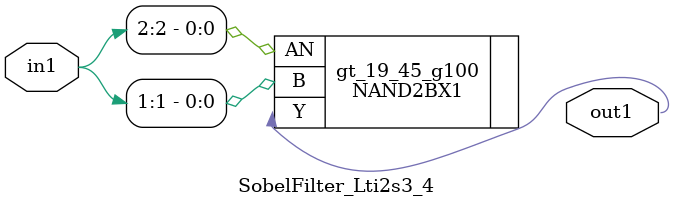
<source format=v>
`timescale 1ps / 1ps


module SobelFilter_Lti2s3_4(in1, out1);
  input [2:0] in1;
  output out1;
  wire [2:0] in1;
  wire out1;
  NAND2BX1 gt_19_45_g100(.AN (in1[2]), .B (in1[1]), .Y (out1));
endmodule


</source>
